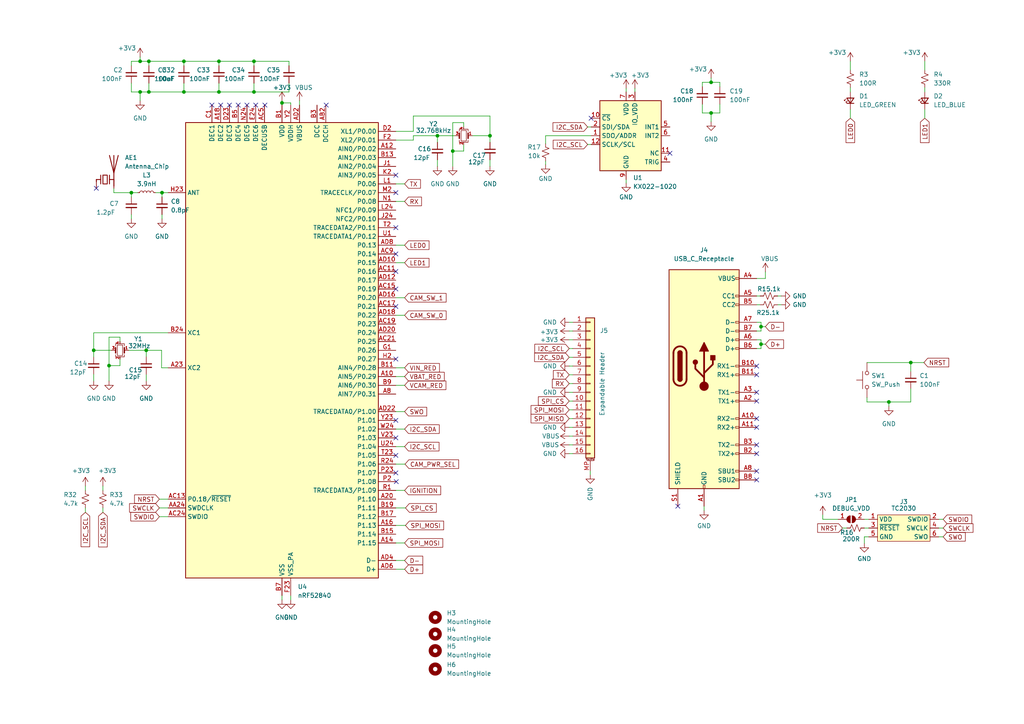
<source format=kicad_sch>
(kicad_sch (version 20211123) (generator eeschema)
  (paper "A4")
  (title_block (title "Dash Cam Power Regulator") (date "2022-05-28") (rev "1") (company "Charlemagne Wong") (comment 1 "NRF52840 based dash cam regulator"))
  (lib_symbols
    (symbol "ATL:TC2030"
      (property "Reference" "J" (at 0 5.08 0))
      (property "Value" "TC2030" (at 0 -5.08 0))
      (symbol "TC2030_1_1"
        (pin power_in line (at -10.16 2.54 0) (length 2.54) (name "VDD") (number "1"))
        (pin power_in line (at 10.16 2.54 180) (length 2.54) (name "SWDIO") (number "2"))
        (pin power_in line (at -10.16 0 0) (length 2.54) (name "~{RESET}") (number "3"))
        (pin power_in line (at 10.16 0 180) (length 2.54) (name "SWCLK") (number "4"))
        (pin power_in line (at -10.16 -2.54 0) (length 2.54) (name "GND") (number "5"))
        (pin bidirectional line (at 10.16 -2.54 180) (length 2.54) (name "SWO") (number "6"))
      )
    )
    (symbol "Connector:USB_C_Receptacle" (pin_names (offset 1.016))
      (property "Reference" "J" (at -10.16 29.21 0))
      (property "Value" "USB_C_Receptacle" (at 10.16 29.21 0))
      (symbol "USB_C_Receptacle_1_1"
        (pin passive line (at 0 -40.64 90) (length 5.08) (name "GND") (number "A1"))
        (pin bidirectional line (at 15.24 -15.24 180) (length 5.08) (name "RX2-") (number "A10"))
        (pin bidirectional line (at 15.24 -17.78 180) (length 5.08) (name "RX2+") (number "A11"))
        (pin passive line (at 0 -40.64 90) (length 5.08) hide (name "GND") (number "A12"))
        (pin bidirectional line (at 15.24 -10.16 180) (length 5.08) (name "TX1+") (number "A2"))
        (pin bidirectional line (at 15.24 -7.62 180) (length 5.08) (name "TX1-") (number "A3"))
        (pin passive line (at 15.24 25.4 180) (length 5.08) (name "VBUS") (number "A4"))
        (pin bidirectional line (at 15.24 20.32 180) (length 5.08) (name "CC1") (number "A5"))
        (pin bidirectional line (at 15.24 7.62 180) (length 5.08) (name "D+") (number "A6"))
        (pin bidirectional line (at 15.24 12.7 180) (length 5.08) (name "D-") (number "A7"))
        (pin bidirectional line (at 15.24 -30.48 180) (length 5.08) (name "SBU1") (number "A8"))
        (pin passive line (at 15.24 25.4 180) (length 5.08) hide (name "VBUS") (number "A9"))
        (pin passive line (at 0 -40.64 90) (length 5.08) hide (name "GND") (number "B1"))
        (pin bidirectional line (at 15.24 0 180) (length 5.08) (name "RX1-") (number "B10"))
        (pin bidirectional line (at 15.24 -2.54 180) (length 5.08) (name "RX1+") (number "B11"))
        (pin passive line (at 0 -40.64 90) (length 5.08) hide (name "GND") (number "B12"))
        (pin bidirectional line (at 15.24 -25.4 180) (length 5.08) (name "TX2+") (number "B2"))
        (pin bidirectional line (at 15.24 -22.86 180) (length 5.08) (name "TX2-") (number "B3"))
        (pin passive line (at 15.24 25.4 180) (length 5.08) hide (name "VBUS") (number "B4"))
        (pin bidirectional line (at 15.24 17.78 180) (length 5.08) (name "CC2") (number "B5"))
        (pin bidirectional line (at 15.24 5.08 180) (length 5.08) (name "D+") (number "B6"))
        (pin bidirectional line (at 15.24 10.16 180) (length 5.08) (name "D-") (number "B7"))
        (pin bidirectional line (at 15.24 -33.02 180) (length 5.08) (name "SBU2") (number "B8"))
        (pin passive line (at 15.24 25.4 180) (length 5.08) hide (name "VBUS") (number "B9"))
        (pin passive line (at -7.62 -40.64 90) (length 5.08) (name "SHIELD") (number "S1"))
      )
    )
    (symbol "Connector_Generic_MountingPin:Conn_01x16_MountingPin" (pin_names (offset 1.016) hide)
      (property "Reference" "J" (at 0 20.32 0))
      (property "Value" "Conn_01x16_MountingPin" (at 1.27 -22.86 0))
      (symbol "Conn_01x16_MountingPin_1_1"
        (text "Mounting" (at 0 -21.971 0) (effects (font (size 0.381 0.381))))
        (pin passive line (at -5.08 17.78 0) (length 3.81) (name "Pin_1") (number "1"))
        (pin passive line (at -5.08 -5.08 0) (length 3.81) (name "Pin_10") (number "10"))
        (pin passive line (at -5.08 -7.62 0) (length 3.81) (name "Pin_11") (number "11"))
        (pin passive line (at -5.08 -10.16 0) (length 3.81) (name "Pin_12") (number "12"))
        (pin passive line (at -5.08 -12.7 0) (length 3.81) (name "Pin_13") (number "13"))
        (pin passive line (at -5.08 -15.24 0) (length 3.81) (name "Pin_14") (number "14"))
        (pin passive line (at -5.08 -17.78 0) (length 3.81) (name "Pin_15") (number "15"))
        (pin passive line (at -5.08 -20.32 0) (length 3.81) (name "Pin_16") (number "16"))
        (pin passive line (at -5.08 15.24 0) (length 3.81) (name "Pin_2") (number "2"))
        (pin passive line (at -5.08 12.7 0) (length 3.81) (name "Pin_3") (number "3"))
        (pin passive line (at -5.08 10.16 0) (length 3.81) (name "Pin_4") (number "4"))
        (pin passive line (at -5.08 7.62 0) (length 3.81) (name "Pin_5") (number "5"))
        (pin passive line (at -5.08 5.08 0) (length 3.81) (name "Pin_6") (number "6"))
        (pin passive line (at -5.08 2.54 0) (length 3.81) (name "Pin_7") (number "7"))
        (pin passive line (at -5.08 0 0) (length 3.81) (name "Pin_8") (number "8"))
        (pin passive line (at -5.08 -2.54 0) (length 3.81) (name "Pin_9") (number "9"))
        (pin passive line (at 0 -25.4 90) (length 3.048) (name "MountPin") (number "MP"))
      )
    )
    (symbol "Device:Antenna_Chip" (pin_numbers hide) (pin_names (offset 1.016) hide)
      (property "Reference" "AE" (at 0 5.08 0))
      (property "Value" "Antenna_Chip" (at 0 3.175 0))
      (symbol "Antenna_Chip_1_1"
        (pin input line (at -2.54 -2.54 90) (length 2.54) (name "FEED") (number "1"))
        (pin passive line (at 2.54 -2.54 90) (length 2.54) (name "PCB_Trace") (number "2"))
      )
    )
    (symbol "Device:C_Small" (pin_numbers hide) (pin_names (offset 0.254) hide)
      (property "Reference" "C" (at 0.254 1.778 0))
      (property "Value" "C_Small" (at 0.254 -2.032 0))
      (symbol "C_Small_1_1"
        (pin passive line (at 0 2.54 270) (length 2.032) (name "~") (number "1"))
        (pin passive line (at 0 -2.54 90) (length 2.032) (name "~") (number "2"))
      )
    )
    (symbol "Device:Crystal_GND24_Small" (pin_names (offset 1.016) hide)
      (property "Reference" "Y" (at 1.27 4.445 0))
      (property "Value" "Crystal_GND24_Small" (at 1.27 2.54 0))
      (symbol "Crystal_GND24_Small_1_1"
        (pin passive line (at -2.54 0 0) (length 1.27) (name "1") (number "1"))
        (pin passive line (at 0 -2.54 90) (length 0.635) (name "2") (number "2"))
        (pin passive line (at 2.54 0 180) (length 1.27) (name "3") (number "3"))
        (pin passive line (at 0 2.54 270) (length 0.635) (name "4") (number "4"))
      )
    )
    (symbol "Device:LED_Small" (pin_numbers hide) (pin_names (offset 0.254) hide)
      (property "Reference" "D" (at -1.27 3.175 0))
      (property "Value" "LED_Small" (at -4.445 -2.54 0))
      (symbol "LED_Small_1_1"
        (pin passive line (at -2.54 0 0) (length 1.778) (name "K") (number "1"))
        (pin passive line (at 2.54 0 180) (length 1.778) (name "A") (number "2"))
      )
    )
    (symbol "Device:L_Small" (pin_numbers hide) (pin_names (offset 0.254) hide)
      (property "Reference" "L" (at 0.762 1.016 0))
      (property "Value" "L_Small" (at 0.762 -1.016 0))
      (symbol "L_Small_1_1"
        (pin passive line (at 0 2.54 270) (length 0.508) (name "~") (number "1"))
        (pin passive line (at 0 -2.54 90) (length 0.508) (name "~") (number "2"))
      )
    )
    (symbol "Device:R_Small_US" (pin_numbers hide) (pin_names (offset 0.254) hide)
      (property "Reference" "R" (at 0.762 0.508 0))
      (property "Value" "R_Small_US" (at 0.762 -1.016 0))
      (symbol "R_Small_US_1_1"
        (pin passive line (at 0 2.54 270) (length 1.016) (name "~") (number "1"))
        (pin passive line (at 0 -2.54 90) (length 1.016) (name "~") (number "2"))
      )
    )
    (symbol "Jumper:SolderJumper_2_Open" (pin_names (offset 0) hide)
      (property "Reference" "JP" (at 0 2.032 0))
      (property "Value" "SolderJumper_2_Open" (at 0 -2.54 0))
      (symbol "SolderJumper_2_Open_1_1"
        (pin passive line (at -3.81 0 0) (length 2.54) (name "A") (number "1"))
        (pin passive line (at 3.81 0 180) (length 2.54) (name "B") (number "2"))
      )
    )
    (symbol "MCU_Nordic:nRF52840"
      (property "Reference" "U" (at 0 5.08 0))
      (property "Value" "nRF52840" (at 0 2.54 0))
      (symbol "nRF52840_1_1"
        (pin bidirectional line (at 33.02 -7.62 180) (length 5.08) (name "AIN5/P0.29") (number "A10"))
        (pin bidirectional line (at 33.02 58.42 180) (length 5.08) (name "AIN0/P0.02") (number "A12"))
        (pin bidirectional line (at 33.02 -55.88 180) (length 5.08) (name "P1.15") (number "A14"))
        (pin bidirectional line (at 33.02 -50.8 180) (length 5.08) (name "P1.13") (number "A16"))
        (pin passive line (at -17.78 71.12 270) (length 5.08) (name "DEC2") (number "A18"))
        (pin bidirectional line (at 33.02 -43.18 180) (length 5.08) (name "P1.10") (number "A20"))
        (pin passive line (at 0 71.12 270) (length 5.08) hide (name "VDD") (number "A22"))
        (pin input line (at -33.02 -5.08 0) (length 5.08) (name "XC2") (number "A23"))
        (pin bidirectional line (at 33.02 -12.7 180) (length 5.08) (name "AIN7/P0.31") (number "A8"))
        (pin input line (at -33.02 -45.72 0) (length 5.08) (name "SWDCLK") (number "AA24"))
        (pin power_out line (at 12.7 71.12 270) (length 5.08) (name "DCCH") (number "AB2"))
        (pin bidirectional line (at 33.02 22.86 180) (length 5.08) (name "P0.16") (number "AC11"))
        (pin bidirectional line (at -33.02 -43.18 0) (length 5.08) (name "P0.18/~{RESET}") (number "AC13"))
        (pin bidirectional line (at 33.02 17.78 180) (length 5.08) (name "P0.19") (number "AC15"))
        (pin bidirectional line (at 33.02 12.7 180) (length 5.08) (name "P0.21") (number "AC17"))
        (pin bidirectional line (at 33.02 7.62 180) (length 5.08) (name "P0.23") (number "AC19"))
        (pin bidirectional line (at 33.02 2.54 180) (length 5.08) (name "P0.25") (number "AC21"))
        (pin bidirectional line (at -33.02 -48.26 0) (length 5.08) (name "SWDIO") (number "AC24"))
        (pin passive line (at -5.08 71.12 270) (length 5.08) (name "DECUSB") (number "AC5"))
        (pin bidirectional line (at 33.02 27.94 180) (length 5.08) (name "P0.14") (number "AC9"))
        (pin bidirectional line (at 33.02 25.4 180) (length 5.08) (name "P0.15") (number "AD10"))
        (pin bidirectional line (at 33.02 20.32 180) (length 5.08) (name "P0.17") (number "AD12"))
        (pin passive line (at 0 71.12 270) (length 5.08) hide (name "VDD") (number "AD14"))
        (pin bidirectional line (at 33.02 15.24 180) (length 5.08) (name "P0.20") (number "AD16"))
        (pin bidirectional line (at 33.02 10.16 180) (length 5.08) (name "P0.22") (number "AD18"))
        (pin power_in line (at 5.08 71.12 270) (length 5.08) (name "VBUS") (number "AD2"))
        (pin bidirectional line (at 33.02 5.08 180) (length 5.08) (name "P0.24") (number "AD20"))
        (pin bidirectional line (at 33.02 -17.78 180) (length 5.08) (name "TRACEDATA0/P1.00") (number "AD22"))
        (pin passive line (at 0 71.12 270) (length 5.08) hide (name "VDD") (number "AD23"))
        (pin bidirectional line (at 33.02 -60.96 180) (length 5.08) (name "D-") (number "AD4"))
        (pin bidirectional line (at 33.02 -63.5 180) (length 5.08) (name "D+") (number "AD6"))
        (pin bidirectional line (at 33.02 30.48 180) (length 5.08) (name "P0.13") (number "AD8"))
        (pin power_in line (at 0 71.12 270) (length 5.08) (name "VDD") (number "B1"))
        (pin bidirectional line (at 33.02 -5.08 180) (length 5.08) (name "AIN4/P0.28") (number "B11"))
        (pin bidirectional line (at 33.02 55.88 180) (length 5.08) (name "AIN1/P0.03") (number "B13"))
        (pin bidirectional line (at 33.02 -53.34 180) (length 5.08) (name "P1.14") (number "B15"))
        (pin bidirectional line (at 33.02 -48.26 180) (length 5.08) (name "P1.12") (number "B17"))
        (pin bidirectional line (at 33.02 -45.72 180) (length 5.08) (name "P1.11") (number "B19"))
        (pin input line (at -33.02 5.08 0) (length 5.08) (name "XC1") (number "B24"))
        (pin power_out line (at 10.16 71.12 270) (length 5.08) (name "DCC") (number "B3"))
        (pin passive line (at -12.7 71.12 270) (length 5.08) (name "DEC4") (number "B5"))
        (pin power_in line (at 0 -71.12 90) (length 5.08) (name "VSS") (number "B7"))
        (pin bidirectional line (at 33.02 -10.16 180) (length 5.08) (name "AIN6/P0.30") (number "B9"))
        (pin passive line (at -20.32 71.12 270) (length 5.08) (name "DEC1") (number "C1"))
        (pin bidirectional line (at 33.02 63.5 180) (length 5.08) (name "XL1/P0.00") (number "D2"))
        (pin passive line (at -15.24 71.12 270) (length 5.08) (name "DEC3") (number "D23"))
        (pin passive line (at -7.62 71.12 270) (length 5.08) (name "DEC6") (number "E24"))
        (pin passive line (at 0 -71.12 90) (length 5.08) hide (name "VSS") (number "EP"))
        (pin bidirectional line (at 33.02 60.96 180) (length 5.08) (name "XL2/P0.01") (number "F2"))
        (pin power_in line (at 2.54 -71.12 90) (length 5.08) (name "VSS_PA") (number "F23"))
        (pin bidirectional line (at 33.02 0 180) (length 5.08) (name "P0.26") (number "G1"))
        (pin bidirectional line (at 33.02 -2.54 180) (length 5.08) (name "P0.27") (number "H2"))
        (pin passive line (at -33.02 45.72 0) (length 5.08) (name "ANT") (number "H23"))
        (pin bidirectional line (at 33.02 53.34 180) (length 5.08) (name "AIN2/P0.04") (number "J1"))
        (pin bidirectional line (at 33.02 38.1 180) (length 5.08) (name "NFC2/P0.10") (number "J24"))
        (pin bidirectional line (at 33.02 50.8 180) (length 5.08) (name "AIN3/P0.05") (number "K2"))
        (pin bidirectional line (at 33.02 48.26 180) (length 5.08) (name "P0.06") (number "L1"))
        (pin bidirectional line (at 33.02 40.64 180) (length 5.08) (name "NFC1/P0.09") (number "L24"))
        (pin bidirectional line (at 33.02 45.72 180) (length 5.08) (name "TRACECLK/P0.07") (number "M2"))
        (pin bidirectional line (at 33.02 43.18 180) (length 5.08) (name "P0.08") (number "N1"))
        (pin passive line (at -10.16 71.12 270) (length 5.08) (name "DEC5") (number "N24"))
        (pin bidirectional line (at 33.02 -38.1 180) (length 5.08) (name "P1.08") (number "P2"))
        (pin bidirectional line (at 33.02 -35.56 180) (length 5.08) (name "P1.07") (number "P23"))
        (pin bidirectional line (at 33.02 -40.64 180) (length 5.08) (name "TRACEDATA3/P1.09") (number "R1"))
        (pin bidirectional line (at 33.02 -33.02 180) (length 5.08) (name "P1.06") (number "R24"))
        (pin bidirectional line (at 33.02 35.56 180) (length 5.08) (name "TRACEDATA2/P0.11") (number "T2"))
        (pin bidirectional line (at 33.02 -30.48 180) (length 5.08) (name "P1.05") (number "T23"))
        (pin bidirectional line (at 33.02 33.02 180) (length 5.08) (name "TRACEDATA1/P0.12") (number "U1"))
        (pin bidirectional line (at 33.02 -27.94 180) (length 5.08) (name "P1.04") (number "U24"))
        (pin bidirectional line (at 33.02 -25.4 180) (length 5.08) (name "P1.03") (number "V23"))
        (pin passive line (at 0 71.12 270) (length 5.08) hide (name "VDD") (number "W1"))
        (pin bidirectional line (at 33.02 -22.86 180) (length 5.08) (name "P1.02") (number "W24"))
        (pin power_in line (at 2.54 71.12 270) (length 5.08) (name "VDDH") (number "Y2"))
        (pin bidirectional line (at 33.02 -20.32 180) (length 5.08) (name "P1.01") (number "Y23"))
      )
    )
    (symbol "Mechanical:MountingHole" (pin_names (offset 1.016))
      (property "Reference" "H" (at 0 5.08 0))
      (property "Value" "MountingHole" (at 0 3.175 0))
    )
    (symbol "Sensor:BME280"
      (property "Reference" "U" (at -8.89 11.43 0))
      (property "Value" "BME280" (at 7.62 11.43 0))
      (symbol "BME280_1_1"
        (pin power_in line (at -2.54 -15.24 90) (length 5.08) (name "GND") (number "1"))
        (pin input line (at 15.24 -7.62 180) (length 5.08) (name "CSB") (number "2"))
        (pin bidirectional line (at 15.24 -2.54 180) (length 5.08) (name "SDI") (number "3"))
        (pin input line (at 15.24 2.54 180) (length 5.08) (name "SCK") (number "4"))
        (pin bidirectional line (at 15.24 7.62 180) (length 5.08) (name "SDO") (number "5"))
        (pin power_in line (at -2.54 15.24 270) (length 5.08) (name "VDDIO") (number "6"))
        (pin power_in line (at 2.54 -15.24 90) (length 5.08) (name "GND") (number "7"))
        (pin power_in line (at 2.54 15.24 270) (length 5.08) (name "VDD") (number "8"))
      )
    )
    (symbol "Sensor_Motion:KX022-1020"
      (property "Reference" "U" (at -5.08 11.43 0))
      (property "Value" "KX022-1020" (at 3.81 11.43 0))
      (symbol "KX022-1020_1_1"
        (pin bidirectional line (at -10.16 0 0) (length 2.54) (name "SDO/ADDR") (number "1"))
        (pin input line (at -10.16 5.08 0) (length 2.54) (name "~{CS}") (number "10"))
        (pin passive line (at 12.7 -5.08 180) (length 2.54) (name "NC") (number "11"))
        (pin input line (at -10.16 -2.54 0) (length 2.54) (name "SCLK/SCL") (number "12"))
        (pin bidirectional line (at -10.16 2.54 0) (length 2.54) (name "SDI/SDA") (number "2"))
        (pin power_in line (at 2.54 12.7 270) (length 2.54) (name "IO_VDD") (number "3"))
        (pin input line (at 12.7 -7.62 180) (length 2.54) (name "TRIG") (number "4"))
        (pin output line (at 12.7 2.54 180) (length 2.54) (name "INT1") (number "5"))
        (pin output line (at 12.7 0 180) (length 2.54) (name "INT2") (number "6"))
        (pin power_in line (at 0 12.7 270) (length 2.54) (name "VDD") (number "7"))
        (pin power_in line (at 0 -12.7 90) (length 2.54) (name "GND") (number "9"))
      )
    )
    (symbol "Switch:SW_Push" (pin_numbers hide) (pin_names (offset 1.016) hide)
      (property "Reference" "SW" (at 1.27 2.54 0))
      (property "Value" "SW_Push" (at 0 -1.524 0))
      (symbol "SW_Push_0_1"
        (pin passive line (at -5.08 0 0) (length 2.54) (name "1") (number "1"))
        (pin passive line (at 5.08 0 180) (length 2.54) (name "2") (number "2"))
      )
    )
    (symbol "power:+3.3V" (power) (pin_names (offset 0))
      (property "Value" "+3.3V" (at 0 3.556 0))
      (symbol "+3.3V_1_1"
        (pin power_in line (at 0 0 90) (length 0) hide (name "+3V3") (number "1"))
      )
    )
    (symbol "power:GND" (power) (pin_names (offset 0))
      (property "Value" "GND" (at 0 -3.81 0))
      (symbol "GND_1_1"
        (pin power_in line (at 0 0 270) (length 0) hide (name "GND") (number "1"))
      )
    )
    (symbol "power:VBUS" (power) (pin_names (offset 0))
      (property "Value" "VBUS" (at 0 3.81 0))
      (symbol "VBUS_1_1"
        (pin power_in line (at 0 0 90) (length 0) hide (name "VBUS") (number "1"))
      )
    )
  )
  (junction (at 220.726 99.822))
  (junction (at 40.64 26.67))
  (junction (at 206.248 32.766))
  (junction (at 142.113 39.37))
  (junction (at 336.55 104.14))
  (junction (at 257.81 116.586))
  (junction (at 63.5 17.78))
  (junction (at 131.318 43.815))
  (junction (at 42.418 101.6))
  (junction (at 220.726 94.742))
  (junction (at 38.1 55.88))
  (junction (at 206.248 23.876))
  (junction (at 40.64 17.78))
  (junction (at 43.18 26.67))
  (junction (at 27.178 101.6))
  (junction (at 53.34 26.67))
  (junction (at 81.788 29.845))
  (junction (at 46.99 55.88))
  (junction (at 43.18 17.78))
  (junction (at 31.623 106.045))
  (junction (at 264.16 105.156))
  (junction (at 53.34 17.78))
  (junction (at 73.66 26.67))
  (junction (at 73.66 17.78))
  (junction (at 126.873 39.37))
  (junction (at 336.55 137.795))
  (junction (at 63.5 26.67))
  (no_connect (at 114.808 66.04))
  (no_connect (at 194.31 44.45))
  (no_connect (at 171.45 34.29))
  (no_connect (at 219.456 123.952))
  (no_connect (at 219.456 121.412))
  (no_connect (at 219.456 116.332))
  (no_connect (at 219.456 113.792))
  (no_connect (at 219.456 129.032))
  (no_connect (at 219.456 108.712))
  (no_connect (at 219.456 106.172))
  (no_connect (at 114.808 104.14))
  (no_connect (at 114.808 137.16))
  (no_connect (at 114.808 132.08))
  (no_connect (at 114.808 127))
  (no_connect (at 114.808 121.92))
  (no_connect (at 114.808 55.88))
  (no_connect (at 219.456 131.572))
  (no_connect (at 219.456 136.652))
  (no_connect (at 74.168 30.48))
  (no_connect (at 71.628 30.48))
  (no_connect (at 69.088 30.48))
  (no_connect (at 66.548 30.48))
  (no_connect (at 64.008 30.48))
  (no_connect (at 61.468 30.48))
  (no_connect (at 196.596 146.812))
  (no_connect (at 114.808 88.9))
  (no_connect (at 219.456 139.192))
  (no_connect (at 114.808 83.82))
  (no_connect (at 27.94 54.61))
  (no_connect (at 114.808 78.74))
  (no_connect (at 114.808 73.66))
  (no_connect (at 114.935 139.7))
  (no_connect (at 94.615 30.48))
  (no_connect (at 76.835 30.48))
  (no_connect (at 114.808 50.8))
  (wire (pts (xy 83.82 26.67) (xy 83.82 24.13)))
  (wire (pts (xy 53.34 24.13) (xy 53.34 26.67)))
  (wire (pts (xy 219.456 88.392) (xy 220.472 88.392)))
  (wire (pts (xy 27.178 101.6) (xy 27.178 103.505)))
  (wire (pts (xy 142.113 41.275) (xy 142.113 39.37)))
  (wire (pts (xy 38.1 62.23) (xy 38.1 63.5)))
  (wire (pts (xy 33.02 55.88) (xy 38.1 55.88)))
  (wire (pts (xy 204.216 146.812) (xy 204.216 148.082)))
  (wire (pts (xy 46.228 144.78) (xy 48.768 144.78)))
  (wire (pts (xy 306.07 107.315) (xy 306.07 108.585)))
  (wire (pts (xy 220.726 94.742) (xy 221.996 94.742)))
  (wire (pts (xy 206.248 22.606) (xy 206.248 23.876)))
  (wire (pts (xy 46.99 55.88) (xy 46.99 57.15)))
  (wire (pts (xy 268.224 25.4) (xy 268.224 26.67)))
  (wire (pts (xy 250.698 157.607) (xy 250.698 155.702)))
  (wire (pts (xy 43.18 26.67) (xy 53.34 26.67)))
  (wire (pts (xy 181.61 52.07) (xy 181.61 53.086)))
  (wire (pts (xy 158.242 47.752) (xy 158.242 46.736)))
  (wire (pts (xy 53.34 26.67) (xy 63.5 26.67)))
  (wire (pts (xy 158.242 39.37) (xy 158.242 41.656)))
  (wire (pts (xy 114.808 111.76) (xy 117.348 111.76)))
  (wire (pts (xy 53.34 17.78) (xy 43.18 17.78)))
  (wire (pts (xy 206.248 32.766) (xy 206.248 35.306)))
  (wire (pts (xy 31.623 97.79) (xy 34.798 97.79)))
  (wire (pts (xy 42.418 108.585) (xy 42.418 110.49)))
  (wire (pts (xy 114.808 124.46) (xy 117.348 124.46)))
  (wire (pts (xy 165.1 98.552) (xy 166.116 98.552)))
  (wire (pts (xy 83.82 19.05) (xy 83.82 17.78)))
  (wire (pts (xy 40.005 55.88) (xy 38.1 55.88)))
  (wire (pts (xy 114.808 142.24) (xy 117.348 142.24)))
  (wire (pts (xy 336.55 137.795) (xy 339.09 137.795)))
  (wire (pts (xy 251.46 116.586) (xy 257.81 116.586)))
  (wire (pts (xy 31.623 110.49) (xy 31.623 106.045)))
  (wire (pts (xy 170.434 36.83) (xy 171.45 36.83)))
  (wire (pts (xy 114.808 134.62) (xy 117.475 134.62)))
  (wire (pts (xy 24.765 147.32) (xy 24.765 148.59)))
  (wire (pts (xy 114.808 152.4) (xy 117.602 152.4)))
  (wire (pts (xy 114.808 76.2) (xy 117.348 76.2)))
  (wire (pts (xy 81.788 29.21) (xy 81.788 29.845)))
  (wire (pts (xy 73.66 26.67) (xy 83.82 26.67)))
  (wire (pts (xy 38.1 17.78) (xy 40.64 17.78)))
  (wire (pts (xy 40.64 16.51) (xy 40.64 17.78)))
  (wire (pts (xy 306.07 100.965) (xy 306.07 102.235)))
  (wire (pts (xy 63.5 17.78) (xy 63.5 19.05)))
  (wire (pts (xy 73.66 26.67) (xy 73.66 24.13)))
  (wire (pts (xy 272.288 155.702) (xy 273.558 155.702)))
  (wire (pts (xy 257.81 116.586) (xy 257.81 117.856)))
  (wire (pts (xy 225.552 85.852) (xy 226.568 85.852)))
  (wire (pts (xy 219.456 85.852) (xy 220.472 85.852)))
  (wire (pts (xy 63.5 24.13) (xy 63.5 26.67)))
  (wire (pts (xy 137.033 39.37) (xy 142.113 39.37)))
  (wire (pts (xy 336.55 104.14) (xy 334.01 104.14)))
  (wire (pts (xy 114.808 86.36) (xy 117.348 86.36)))
  (wire (pts (xy 81.788 29.845) (xy 81.788 30.48)))
  (wire (pts (xy 206.248 32.766) (xy 208.788 32.766)))
  (wire (pts (xy 86.868 29.21) (xy 86.868 30.48)))
  (wire (pts (xy 219.456 93.472) (xy 220.726 93.472)))
  (wire (pts (xy 316.865 100.965) (xy 316.865 102.235)))
  (wire (pts (xy 40.64 26.67) (xy 40.64 29.21)))
  (wire (pts (xy 165.1 123.952) (xy 166.116 123.952)))
  (wire (pts (xy 203.708 30.226) (xy 203.708 32.766)))
  (wire (pts (xy 165.1 126.492) (xy 166.116 126.492)))
  (wire (pts (xy 339.09 135.89) (xy 339.09 137.795)))
  (wire (pts (xy 221.996 80.772) (xy 219.456 80.772)))
  (wire (pts (xy 165.1 101.092) (xy 166.116 101.092)))
  (wire (pts (xy 134.493 41.91) (xy 134.493 43.815)))
  (wire (pts (xy 336.55 102.235) (xy 336.55 104.14)))
  (wire (pts (xy 142.113 33.655) (xy 142.113 39.37)))
  (wire (pts (xy 165.1 96.012) (xy 166.116 96.012)))
  (wire (pts (xy 114.808 109.22) (xy 117.348 109.22)))
  (wire (pts (xy 27.178 108.585) (xy 27.178 110.49)))
  (wire (pts (xy 40.64 17.78) (xy 43.18 17.78)))
  (wire (pts (xy 246.634 31.75) (xy 246.634 34.29)))
  (wire (pts (xy 126.873 39.37) (xy 131.953 39.37)))
  (wire (pts (xy 220.726 96.012) (xy 220.726 94.742)))
  (wire (pts (xy 264.16 105.156) (xy 264.16 107.696)))
  (wire (pts (xy 206.248 23.876) (xy 208.788 23.876)))
  (wire (pts (xy 221.996 78.867) (xy 221.996 80.772)))
  (wire (pts (xy 208.788 32.766) (xy 208.788 30.226)))
  (wire (pts (xy 119.888 33.655) (xy 142.113 33.655)))
  (wire (pts (xy 114.808 157.48) (xy 117.348 157.48)))
  (wire (pts (xy 24.765 140.97) (xy 24.765 142.24)))
  (wire (pts (xy 251.46 115.316) (xy 251.46 116.586)))
  (wire (pts (xy 181.61 25.654) (xy 181.61 26.67)))
  (wire (pts (xy 48.768 96.52) (xy 27.178 96.52)))
  (wire (pts (xy 142.113 46.355) (xy 142.113 48.26)))
  (wire (pts (xy 126.873 39.37) (xy 126.873 41.275)))
  (wire (pts (xy 43.18 26.67) (xy 43.18 24.13)))
  (wire (pts (xy 250.698 150.622) (xy 251.968 150.622)))
  (wire (pts (xy 38.1 55.88) (xy 38.1 57.15)))
  (wire (pts (xy 203.708 23.876) (xy 206.248 23.876)))
  (wire (pts (xy 250.698 153.162) (xy 251.968 153.162)))
  (wire (pts (xy 63.5 26.67) (xy 73.66 26.67)))
  (wire (pts (xy 114.808 53.34) (xy 117.348 53.34)))
  (wire (pts (xy 165.1 129.032) (xy 166.116 129.032)))
  (wire (pts (xy 43.18 17.78) (xy 43.18 19.05)))
  (wire (pts (xy 171.45 39.37) (xy 158.242 39.37)))
  (wire (pts (xy 53.34 17.78) (xy 53.34 19.05)))
  (wire (pts (xy 336.55 137.795) (xy 334.01 137.795)))
  (wire (pts (xy 114.808 162.56) (xy 117.348 162.56)))
  (wire (pts (xy 114.808 129.54) (xy 117.348 129.54)))
  (wire (pts (xy 184.15 25.654) (xy 184.15 26.67)))
  (wire (pts (xy 46.99 55.88) (xy 48.768 55.88)))
  (wire (pts (xy 114.808 119.38) (xy 117.348 119.38)))
  (wire (pts (xy 336.55 139.065) (xy 336.55 137.795)))
  (wire (pts (xy 220.726 101.092) (xy 220.726 99.822)))
  (wire (pts (xy 336.55 104.14) (xy 339.09 104.14)))
  (wire (pts (xy 114.808 58.42) (xy 117.348 58.42)))
  (wire (pts (xy 131.318 35.56) (xy 134.493 35.56)))
  (wire (pts (xy 114.808 91.44) (xy 117.348 91.44)))
  (wire (pts (xy 73.66 19.05) (xy 73.66 17.78)))
  (wire (pts (xy 165.1 121.412) (xy 166.116 121.412)))
  (wire (pts (xy 81.788 29.845) (xy 84.328 29.845)))
  (wire (pts (xy 114.808 106.68) (xy 117.348 106.68)))
  (wire (pts (xy 46.863 101.6) (xy 42.418 101.6)))
  (wire (pts (xy 38.1 26.67) (xy 40.64 26.67)))
  (wire (pts (xy 81.788 172.72) (xy 81.788 173.99)))
  (wire (pts (xy 225.552 88.392) (xy 226.568 88.392)))
  (wire (pts (xy 238.633 149.352) (xy 238.633 150.622)))
  (wire (pts (xy 244.348 153.162) (xy 245.618 153.162)))
  (wire (pts (xy 45.085 55.88) (xy 46.99 55.88)))
  (wire (pts (xy 170.434 41.91) (xy 171.45 41.91)))
  (wire (pts (xy 165.1 116.332) (xy 166.116 116.332)))
  (wire (pts (xy 272.288 150.622) (xy 273.558 150.622)))
  (wire (pts (xy 84.328 29.845) (xy 84.328 30.48)))
  (wire (pts (xy 165.1 131.572) (xy 166.116 131.572)))
  (wire (pts (xy 46.99 62.23) (xy 46.99 63.5)))
  (wire (pts (xy 220.726 99.822) (xy 221.996 99.822)))
  (wire (pts (xy 114.808 38.1) (xy 119.888 38.1)))
  (wire (pts (xy 165.1 108.712) (xy 166.116 108.712)))
  (wire (pts (xy 29.845 140.97) (xy 29.845 142.24)))
  (wire (pts (xy 268.224 31.75) (xy 268.224 34.29)))
  (wire (pts (xy 165.1 113.792) (xy 166.116 113.792)))
  (wire (pts (xy 114.808 40.64) (xy 119.888 40.64)))
  (wire (pts (xy 114.808 165.1) (xy 117.348 165.1)))
  (wire (pts (xy 264.16 116.586) (xy 257.81 116.586)))
  (wire (pts (xy 119.888 40.64) (xy 119.888 39.37)))
  (wire (pts (xy 131.318 43.815) (xy 131.318 35.56)))
  (wire (pts (xy 38.1 24.13) (xy 38.1 26.67)))
  (wire (pts (xy 165.1 118.872) (xy 166.116 118.872)))
  (wire (pts (xy 165.1 106.172) (xy 166.116 106.172)))
  (wire (pts (xy 34.798 106.045) (xy 31.623 106.045)))
  (wire (pts (xy 264.16 112.776) (xy 264.16 116.586)))
  (wire (pts (xy 46.228 149.86) (xy 48.768 149.86)))
  (wire (pts (xy 267.97 105.156) (xy 264.16 105.156)))
  (wire (pts (xy 29.845 147.32) (xy 29.845 148.59)))
  (wire (pts (xy 203.708 32.766) (xy 206.248 32.766)))
  (wire (pts (xy 268.224 17.78) (xy 268.224 20.32)))
  (wire (pts (xy 27.178 101.6) (xy 32.258 101.6)))
  (wire (pts (xy 165.1 103.632) (xy 166.116 103.632)))
  (wire (pts (xy 219.456 98.552) (xy 220.726 98.552)))
  (wire (pts (xy 203.708 23.876) (xy 203.708 25.146)))
  (wire (pts (xy 46.863 106.68) (xy 46.863 101.6)))
  (wire (pts (xy 114.808 71.12) (xy 117.348 71.12)))
  (wire (pts (xy 27.178 96.52) (xy 27.178 101.6)))
  (wire (pts (xy 272.288 153.162) (xy 273.558 153.162)))
  (wire (pts (xy 238.633 150.622) (xy 243.078 150.622)))
  (wire (pts (xy 220.726 98.552) (xy 220.726 99.822)))
  (wire (pts (xy 208.788 23.876) (xy 208.788 25.146)))
  (wire (pts (xy 34.798 104.14) (xy 34.798 106.045)))
  (wire (pts (xy 134.493 35.56) (xy 134.493 36.83)))
  (wire (pts (xy 114.808 147.32) (xy 117.602 147.32)))
  (wire (pts (xy 37.338 101.6) (xy 42.418 101.6)))
  (wire (pts (xy 251.46 105.156) (xy 264.16 105.156)))
  (wire (pts (xy 368.3 127.635) (xy 368.3 128.27)))
  (wire (pts (xy 63.5 17.78) (xy 53.34 17.78)))
  (wire (pts (xy 219.456 101.092) (xy 220.726 101.092)))
  (wire (pts (xy 84.328 172.72) (xy 84.328 173.99)))
  (wire (pts (xy 38.1 17.78) (xy 38.1 19.05)))
  (wire (pts (xy 48.768 106.68) (xy 46.863 106.68)))
  (wire (pts (xy 31.623 106.045) (xy 31.623 97.79)))
  (wire (pts (xy 334.01 137.795) (xy 334.01 135.89)))
  (wire (pts (xy 368.3 113.03) (xy 351.79 113.03)))
  (wire (pts (xy 42.418 103.505) (xy 42.418 101.6)))
  (wire (pts (xy 171.196 137.668) (xy 171.196 136.652)))
  (wire (pts (xy 83.82 17.78) (xy 73.66 17.78)))
  (wire (pts (xy 219.456 96.012) (xy 220.726 96.012)))
  (wire (pts (xy 34.798 97.79) (xy 34.798 99.06)))
  (wire (pts (xy 220.726 93.472) (xy 220.726 94.742)))
  (wire (pts (xy 165.1 93.472) (xy 166.116 93.472)))
  (wire (pts (xy 73.66 17.78) (xy 63.5 17.78)))
  (wire (pts (xy 246.634 25.4) (xy 246.634 26.67)))
  (wire (pts (xy 165.1 111.252) (xy 166.116 111.252)))
  (wire (pts (xy 316.865 107.315) (xy 316.865 108.585)))
  (wire (pts (xy 339.09 104.14) (xy 339.09 105.41)))
  (wire (pts (xy 334.01 104.14) (xy 334.01 105.41)))
  (wire (pts (xy 134.493 43.815) (xy 131.318 43.815)))
  (wire (pts (xy 46.228 147.32) (xy 48.768 147.32)))
  (wire (pts (xy 126.873 46.355) (xy 126.873 48.26)))
  (wire (pts (xy 119.888 39.37) (xy 126.873 39.37)))
  (wire (pts (xy 131.318 48.26) (xy 131.318 43.815)))
  (wire (pts (xy 246.634 17.78) (xy 246.634 20.32)))
  (wire (pts (xy 250.698 155.702) (xy 251.968 155.702)))
  (wire (pts (xy 351.79 128.27) (xy 368.3 128.27)))
  (wire (pts (xy 368.3 113.665) (xy 368.3 113.03)))
  (wire (pts (xy 33.02 54.61) (xy 33.02 55.88)))
  (wire (pts (xy 40.64 26.67) (xy 43.18 26.67)))
  (wire (pts (xy 119.888 38.1) (xy 119.888 33.655)))
  (global_label "SWO" (shape input) (at 117.348 119.38 0) (property "Intersheet References" "${INTERSHEET_REFS}" (effects hide)))
  (global_label "SPI_MISO" (shape input) (at 165.1 121.412 180) (property "Intersheet References" "${INTERSHEET_REFS}" (effects hide)))
  (global_label "LED0" (shape input) (at 117.348 71.12 0) (property "Intersheet References" "${INTERSHEET_REFS}" (effects hide)))
  (global_label "SWO" (shape input) (at 273.558 155.702 0) (property "Intersheet References" "${INTERSHEET_REFS}" (effects hide)))
  (global_label "D-" (shape input) (at 117.348 162.56 0) (property "Intersheet References" "${INTERSHEET_REFS}" (effects hide)))
  (global_label "I2C_SCL" (shape input) (at 170.434 41.91 180) (property "Intersheet References" "${INTERSHEET_REFS}" (effects hide)))
  (global_label "I2C_SDA" (shape input) (at 353.06 123.19 0) (property "Intersheet References" "${INTERSHEET_REFS}" (effects hide)))
  (global_label "VCAM_RED" (shape input) (at 117.348 111.76 0) (property "Intersheet References" "${INTERSHEET_REFS}" (effects hide)))
  (global_label "LED0" (shape input) (at 246.634 34.29 270) (property "Intersheet References" "${INTERSHEET_REFS}" (effects hide)))
  (global_label "I2C_SDA" (shape input) (at 29.845 148.59 270) (property "Intersheet References" "${INTERSHEET_REFS}" (effects hide)))
  (global_label "TX" (shape input) (at 117.348 53.34 0) (property "Intersheet References" "${INTERSHEET_REFS}" (effects hide)))
  (global_label "NRST" (shape input) (at 267.97 105.156 0) (property "Intersheet References" "${INTERSHEET_REFS}" (effects hide)))
  (global_label "CAM_SW_1" (shape input) (at 117.348 86.36 0) (property "Intersheet References" "${INTERSHEET_REFS}" (effects hide)))
  (global_label "NRST" (shape input) (at 46.228 144.78 180) (property "Intersheet References" "${INTERSHEET_REFS}" (effects hide)))
  (global_label "IGNITION" (shape input) (at 117.348 142.24 0) (property "Intersheet References" "${INTERSHEET_REFS}" (effects hide)))
  (global_label "SWDIO" (shape input) (at 273.558 150.622 0) (property "Intersheet References" "${INTERSHEET_REFS}" (effects hide)))
  (global_label "CAM_SW_0" (shape input) (at 117.348 91.44 0) (property "Intersheet References" "${INTERSHEET_REFS}" (effects hide)))
  (global_label "D+" (shape input) (at 117.348 165.1 0) (property "Intersheet References" "${INTERSHEET_REFS}" (effects hide)))
  (global_label "SWDIO" (shape input) (at 46.228 149.86 180) (property "Intersheet References" "${INTERSHEET_REFS}" (effects hide)))
  (global_label "I2C_SDA" (shape input) (at 117.348 124.46 0) (property "Intersheet References" "${INTERSHEET_REFS}" (effects hide)))
  (global_label "I2C_SCL" (shape input) (at 117.348 129.54 0) (property "Intersheet References" "${INTERSHEET_REFS}" (effects hide)))
  (global_label "RX" (shape input) (at 117.348 58.42 0) (property "Intersheet References" "${INTERSHEET_REFS}" (effects hide)))
  (global_label "NRST" (shape input) (at 244.348 153.162 180) (property "Intersheet References" "${INTERSHEET_REFS}" (effects hide)))
  (global_label "LED1" (shape input) (at 117.348 76.2 0) (property "Intersheet References" "${INTERSHEET_REFS}" (effects hide)))
  (global_label "I2C_SCL" (shape input) (at 24.765 148.59 270) (property "Intersheet References" "${INTERSHEET_REFS}" (effects hide)))
  (global_label "D-" (shape input) (at 221.996 94.742 0) (property "Intersheet References" "${INTERSHEET_REFS}" (effects hide)))
  (global_label "D+" (shape input) (at 221.996 99.822 0) (property "Intersheet References" "${INTERSHEET_REFS}" (effects hide)))
  (global_label "RX" (shape input) (at 165.1 111.252 180) (property "Intersheet References" "${INTERSHEET_REFS}" (effects hide)))
  (global_label "SWCLK" (shape input) (at 46.228 147.32 180) (property "Intersheet References" "${INTERSHEET_REFS}" (effects hide)))
  (global_label "TX" (shape input) (at 165.1 108.712 180) (property "Intersheet References" "${INTERSHEET_REFS}" (effects hide)))
  (global_label "SWCLK" (shape input) (at 273.558 153.162 0) (property "Intersheet References" "${INTERSHEET_REFS}" (effects hide)))
  (global_label "I2C_SDA" (shape input) (at 165.1 103.632 180) (property "Intersheet References" "${INTERSHEET_REFS}" (effects hide)))
  (global_label "SPI_MOSI" (shape input) (at 117.348 157.48 0) (property "Intersheet References" "${INTERSHEET_REFS}" (effects hide)))
  (global_label "VBAT_RED" (shape input) (at 117.348 109.22 0) (property "Intersheet References" "${INTERSHEET_REFS}" (effects hide)))
  (global_label "I2C_SCL" (shape input) (at 353.06 118.11 0) (property "Intersheet References" "${INTERSHEET_REFS}" (effects hide)))
  (global_label "CAM_PWR_SEL" (shape input) (at 117.475 134.62 0) (property "Intersheet References" "${INTERSHEET_REFS}" (effects hide)))
  (global_label "I2C_SDA" (shape input) (at 170.434 36.83 180) (property "Intersheet References" "${INTERSHEET_REFS}" (effects hide)))
  (global_label "SPI_MOSI" (shape input) (at 117.602 152.4 0) (property "Intersheet References" "${INTERSHEET_REFS}" (effects hide)))
  (global_label "VIN_RED" (shape input) (at 117.348 106.68 0) (property "Intersheet References" "${INTERSHEET_REFS}" (effects hide)))
  (global_label "SPI_CS" (shape input) (at 165.1 116.332 180) (property "Intersheet References" "${INTERSHEET_REFS}" (effects hide)))
  (global_label "LED1" (shape input) (at 268.224 34.29 270) (property "Intersheet References" "${INTERSHEET_REFS}" (effects hide)))
  (global_label "SPI_CS" (shape input) (at 117.602 147.32 0) (property "Intersheet References" "${INTERSHEET_REFS}" (effects hide)))
  (global_label "SPI_MOSI" (shape input) (at 165.1 118.872 180) (property "Intersheet References" "${INTERSHEET_REFS}" (effects hide)))
  (global_label "I2C_SCL" (shape input) (at 165.1 101.092 180) (property "Intersheet References" "${INTERSHEET_REFS}" (effects hide)))
  (symbol (lib_id "power:+3.3V") (at 40.64 16.51 0) (unit 1)
    (property "Reference" "#PWR02" (effects hide))
    (property "Value" "+3.3V" (at 36.83 13.97 0))
  )
  (symbol (lib_id "Device:R_Small_US") (at 268.224 22.86 0) (unit 1)
    (property "Reference" "R4" (at 270.764 21.5899 0) (effects (justify left)))
    (property "Value" "330R" (at 270.764 24.1299 0) (effects (justify left)))
    (property "Footprint" "Resistor_SMD:R_0603_1608Metric" (effects hide))
  )
  (symbol (lib_id "power:+3.3V") (at 81.788 29.21 0) (unit 1)
    (property "Reference" "#PWR0132" (effects hide))
    (property "Value" "+3.3V" (at 81.788 25.4 0))
  )
  (symbol (lib_id "power:GND") (at 165.1 131.572 270) (unit 1)
    (property "Reference" "#PWR0144" (effects hide))
    (property "Value" "GND" (at 161.544 131.5719 90) (effects (justify right)))
  )
  (symbol (lib_id "Device:C_Small") (at 27.178 106.045 0) (unit 1)
    (property "Reference" "C14" (at 21.463 105.41 0) (effects (justify left)))
    (property "Value" "12pF" (at 20.193 107.95 0) (effects (justify left)))
    (property "Footprint" "Capacitor_SMD:C_0402_1005Metric" (effects hide))
  )
  (symbol (lib_id "Mechanical:MountingHole") (at 126.238 188.722 0) (unit 1)
    (property "Reference" "H5" (at 129.54 187.4519 0) (effects (justify left)))
    (property "Value" "MountingHole" (at 129.54 189.9919 0) (effects (justify left)))
    (property "Footprint" "MountingHole:MountingHole_3.2mm_M3_ISO7380_Pad" (effects hide))
  )
  (symbol (lib_id "power:GND") (at 126.873 48.26 0) (unit 1)
    (property "Reference" "#PWR0134" (effects hide))
    (property "Value" "GND" (at 126.873 53.34 0))
  )
  (symbol (lib_id "ATL:TC2030") (at 262.128 153.162 0) (unit 1)
    (property "Reference" "J3" (at 262.128 145.542 0))
    (property "Value" "TC2030" (at 262.128 147.447 0))
    (property "Footprint" "Connector:Tag-Connect_TC2030-IDC-NL_2x03_P1.27mm_Vertical" (effects hide))
  )
  (symbol (lib_id "power:GND") (at 250.698 157.607 0) (unit 1)
    (property "Reference" "#PWR0128" (effects hide))
    (property "Value" "GND" (at 250.698 162.052 0))
  )
  (symbol (lib_id "Device:C_Small") (at 316.865 104.775 0) (unit 1)
    (property "Reference" "C31" (at 319.405 103.5112 0) (effects (justify left)))
    (property "Value" "100nF" (at 319.405 106.0512 0) (effects (justify left)))
    (property "Footprint" "Capacitor_SMD:C_0402_1005Metric" (effects hide))
  )
  (symbol (lib_id "Device:C_Small") (at 53.34 21.59 0) (mirror x) (unit 1)
    (property "Reference" "C32" (at 50.8 20.3135 0) (effects (justify right)))
    (property "Value" "100nF" (at 50.8 22.8535 0) (effects (justify right)))
    (property "Footprint" "Capacitor_SMD:C_0402_1005Metric" (effects hide))
  )
  (symbol (lib_id "Connector:USB_C_Receptacle") (at 204.216 106.172 0) (unit 1)
    (property "Reference" "J4" (at 204.216 72.517 0))
    (property "Value" "USB_C_Receptacle" (at 204.216 75.057 0))
    (property "Footprint" "Connector_USB:USB_C_Receptacle_Amphenol_12401548E4-2A" (effects hide))
    (property "Datasheet" "https://www.usb.org/sites/default/files/documents/usb_type-c.zip" (effects hide))
  )
  (symbol (lib_id "Device:R_Small_US") (at 24.765 144.78 0) (unit 1)
    (property "Reference" "R32" (at 18.415 143.51 0) (effects (justify left)))
    (property "Value" "4.7k" (at 18.415 146.05 0) (effects (justify left)))
    (property "Footprint" "Resistor_SMD:R_0402_1005Metric" (effects hide))
  )
  (symbol (lib_id "Device:R_Small_US") (at 246.634 22.86 0) (unit 1)
    (property "Reference" "R3" (at 249.174 21.5899 0) (effects (justify left)))
    (property "Value" "100R" (at 249.174 24.1299 0) (effects (justify left)))
    (property "Footprint" "Resistor_SMD:R_0603_1608Metric" (effects hide))
  )
  (symbol (lib_id "power:GND") (at 165.1 123.952 270) (unit 1)
    (property "Reference" "#PWR0152" (effects hide))
    (property "Value" "GND" (at 161.544 123.9519 90) (effects (justify right)))
  )
  (symbol (lib_id "power:GND") (at 84.328 173.99 0) (unit 1)
    (property "Reference" "#PWR0131" (effects hide))
    (property "Value" "GND" (at 84.328 179.07 0))
  )
  (symbol (lib_id "Jumper:SolderJumper_2_Open") (at 246.888 150.622 0) (unit 1)
    (property "Reference" "JP1" (at 246.888 144.907 0))
    (property "Value" "DEBUG_VDD" (at 246.888 147.447 0))
    (property "Footprint" "Jumper:SolderJumper-2_P1.3mm_Open_Pad1.0x1.5mm" (effects hide))
  )
  (symbol (lib_id "power:+3.3V") (at 29.845 140.97 0) (unit 1)
    (property "Reference" "#PWR0194" (effects hide))
    (property "Value" "+3.3V" (at 31.115 136.525 0))
  )
  (symbol (lib_id "power:GND") (at 131.318 48.26 0) (unit 1)
    (property "Reference" "#PWR0136" (effects hide))
    (property "Value" "GND" (at 131.318 53.34 0))
  )
  (symbol (lib_id "power:GND") (at 226.568 85.852 90) (unit 1)
    (property "Reference" "#PWR0141" (effects hide))
    (property "Value" "GND" (at 229.87 85.8519 90) (effects (justify right)))
  )
  (symbol (lib_id "Device:C_Small") (at 42.418 106.045 0) (unit 1)
    (property "Reference" "C15" (at 37.338 107.315 0) (effects (justify left)))
    (property "Value" "12pF" (at 36.068 109.22 0) (effects (justify left)))
    (property "Footprint" "Capacitor_SMD:C_0402_1005Metric" (effects hide))
  )
  (symbol (lib_id "Sensor_Motion:KX022-1020") (at 181.61 39.37 0) (unit 1)
    (property "Reference" "U1" (at 183.6294 51.562 0) (effects (justify left)))
    (property "Value" "KX022-1020" (at 183.6294 54.102 0) (effects (justify left)))
    (property "Footprint" "Package_LGA:LGA-12_2x2mm_P0.5mm" (effects hide))
    (property "Datasheet" "http://kionixfs.kionix.com/en/datasheet/KX022-1020%20Specifications%20Rev%2012.0.pdf" (effects hide))
  )
  (symbol (lib_id "Device:C_Small") (at 208.788 27.686 0) (unit 1)
    (property "Reference" "C19" (at 211.582 26.4222 0) (effects (justify left)))
    (property "Value" "100nF" (at 211.582 28.9622 0) (effects (justify left)))
    (property "Footprint" "Capacitor_SMD:C_0402_1005Metric" (effects hide))
  )
  (symbol (lib_id "Device:Crystal_GND24_Small") (at 34.798 101.6 0) (mirror y) (unit 1)
    (property "Reference" "Y1" (at 40.132 98.298 0))
    (property "Value" "32MHz" (at 40.386 100.33 0))
    (property "Footprint" "Crystal:Crystal_SMD_2016-4Pin_2.0x1.6mm" (effects hide))
  )
  (symbol (lib_id "power:GND") (at 206.248 35.306 0) (unit 1)
    (property "Reference" "#PWR0156" (effects hide))
    (property "Value" "GND" (at 206.248 40.386 0))
  )
  (symbol (lib_id "Device:R_Small_US") (at 248.158 153.162 270) (unit 1)
    (property "Reference" "R16" (at 245.618 154.432 90))
    (property "Value" "200R" (at 246.888 156.337 90))
    (property "Footprint" "Resistor_SMD:R_0402_1005Metric" (effects hide))
  )
  (symbol (lib_id "power:+3.3V") (at 316.865 100.965 0) (unit 1)
    (property "Reference" "#PWR0189" (effects hide))
    (property "Value" "+3.3V" (at 316.865 97.155 0))
  )
  (symbol (lib_id "Device:C_Small") (at 46.99 59.69 0) (unit 1)
    (property "Reference" "C8" (at 49.53 58.4262 0) (effects (justify left)))
    (property "Value" "0.8pF" (at 49.53 60.9662 0) (effects (justify left)))
    (property "Footprint" "Capacitor_SMD:C_0402_1005Metric" (effects hide))
  )
  (symbol (lib_id "power:GND") (at 181.61 53.086 0) (unit 1)
    (property "Reference" "#PWR0148" (effects hide))
    (property "Value" "GND" (at 183.642 57.15 0) (effects (justify right)))
  )
  (symbol (lib_id "power:GND") (at 40.64 29.21 0) (unit 1)
    (property "Reference" "#PWR03" (effects hide))
    (property "Value" "GND" (at 40.64 34.29 0))
  )
  (symbol (lib_id "Device:Antenna_Chip") (at 30.48 52.07 0) (unit 1)
    (property "Reference" "AE1" (at 36.195 45.72 0) (effects (justify left)))
    (property "Value" "Antenna_Chip" (at 36.195 48.26 0) (effects (justify left)))
  )
  (symbol (lib_id "Device:LED_Small") (at 268.224 29.21 90) (unit 1)
    (property "Reference" "D2" (at 270.764 27.8764 90) (effects (justify right)))
    (property "Value" "LED_BLUE" (at 270.764 30.4164 90) (effects (justify right)))
    (property "Footprint" "LED_SMD:LED_0805_2012Metric" (effects hide))
    (property "Digikey" "https://www.digikey.com/en/products/detail/dialight/5973605607F/9385449" (effects hide))
  )
  (symbol (lib_id "Device:C_Small") (at 83.82 21.59 0) (mirror x) (unit 1)
    (property "Reference" "C35" (at 81.28 20.3135 0) (effects (justify right)))
    (property "Value" "100nF" (at 81.28 22.8535 0) (effects (justify right)))
    (property "Footprint" "Capacitor_SMD:C_0402_1005Metric" (effects hide))
  )
  (symbol (lib_id "Device:R_Small_US") (at 223.012 85.852 90) (unit 1)
    (property "Reference" "R1" (at 220.98 83.82 90))
    (property "Value" "5.1k" (at 224.282 83.82 90))
    (property "Footprint" "Resistor_SMD:R_0402_1005Metric" (effects hide))
  )
  (symbol (lib_id "power:GND") (at 46.99 63.5 0) (unit 1)
    (property "Reference" "#PWR0191" (effects hide))
    (property "Value" "GND" (at 46.99 68.58 0))
  )
  (symbol (lib_id "power:GND") (at 336.55 139.065 0) (unit 1)
    (property "Reference" "#PWR0188" (effects hide))
    (property "Value" "GND" (at 336.55 143.51 0))
  )
  (symbol (lib_id "power:GND") (at 27.178 110.49 0) (unit 1)
    (property "Reference" "#PWR0126" (effects hide))
    (property "Value" "GND" (at 27.178 115.57 0))
  )
  (symbol (lib_id "Device:C_Small") (at 43.18 21.59 0) (unit 1)
    (property "Reference" "C3" (at 45.72 20.3262 0) (effects (justify left)))
    (property "Value" "10uF" (at 45.72 22.8662 0) (effects (justify left)))
    (property "Footprint" "Capacitor_SMD:C_0603_1608Metric" (effects hide))
  )
  (symbol (lib_id "Device:C_Small") (at 38.1 59.69 0) (unit 1)
    (property "Reference" "C7" (at 31.75 59.055 0) (effects (justify left)))
    (property "Value" "1.2pF" (at 27.94 61.595 0) (effects (justify left)))
    (property "Footprint" "Capacitor_SMD:C_0402_1005Metric" (effects hide))
  )
  (symbol (lib_id "Device:C_Small") (at 126.873 43.815 0) (unit 1)
    (property "Reference" "C16" (at 121.158 43.18 0) (effects (justify left)))
    (property "Value" "12pF" (at 119.888 45.72 0) (effects (justify left)))
    (property "Footprint" "Capacitor_SMD:C_0402_1005Metric" (effects hide))
  )
  (symbol (lib_id "power:GND") (at 42.418 110.49 0) (unit 1)
    (property "Reference" "#PWR0127" (effects hide))
    (property "Value" "GND" (at 42.418 115.57 0))
  )
  (symbol (lib_id "power:GND") (at 257.81 117.856 0) (unit 1)
    (property "Reference" "#PWR01" (effects hide))
    (property "Value" "GND" (at 257.81 122.936 0))
  )
  (symbol (lib_id "Connector_Generic_MountingPin:Conn_01x16_MountingPin") (at 171.196 111.252 0) (unit 1)
    (property "Reference" "J5" (at 173.99 95.885 0) (effects (justify left)))
    (property "Value" "Expandable Header" (at 174.625 120.65 90) (effects (justify left)))
    (property "Footprint" "ATL:JUSHUO-FPC_16" (effects hide))
  )
  (symbol (lib_id "Mechanical:MountingHole") (at 126.238 179.07 0) (unit 1)
    (property "Reference" "H3" (at 129.54 177.7999 0) (effects (justify left)))
    (property "Value" "MountingHole" (at 129.54 180.3399 0) (effects (justify left)))
    (property "Footprint" "MountingHole:MountingHole_3.2mm_M3_ISO7380_Pad" (effects hide))
  )
  (symbol (lib_id "power:GND") (at 81.788 173.99 0) (unit 1)
    (property "Reference" "#PWR0130" (effects hide))
    (property "Value" "GND" (at 81.788 179.07 0))
  )
  (symbol (lib_id "power:GND") (at 31.623 110.49 0) (unit 1)
    (property "Reference" "#PWR0137" (effects hide))
    (property "Value" "GND" (at 31.623 115.57 0))
  )
  (symbol (lib_id "power:+3.3V") (at 246.634 17.78 0) (unit 1)
    (property "Reference" "#PWR0103" (effects hide))
    (property "Value" "+3.3V" (at 242.824 15.24 0))
  )
  (symbol (lib_id "power:GND") (at 204.216 148.082 0) (unit 1)
    (property "Reference" "#PWR0138" (effects hide))
    (property "Value" "GND" (at 204.216 152.527 0))
  )
  (symbol (lib_id "power:GND") (at 368.3 113.665 0) (unit 1)
    (property "Reference" "#PWR0187" (effects hide))
    (property "Value" "GND" (at 368.3 118.11 0))
  )
  (symbol (lib_id "power:GND") (at 226.568 88.392 90) (unit 1)
    (property "Reference" "#PWR0140" (effects hide))
    (property "Value" "GND" (at 229.87 88.3919 90) (effects (justify right)))
  )
  (symbol (lib_id "power:GND") (at 38.1 63.5 0) (unit 1)
    (property "Reference" "#PWR0192" (effects hide))
    (property "Value" "GND" (at 38.1 68.58 0))
  )
  (symbol (lib_id "Device:R_Small_US") (at 29.845 144.78 0) (unit 1)
    (property "Reference" "R33" (at 31.75 143.5099 0) (effects (justify left)))
    (property "Value" "4.7k" (at 31.75 146.0499 0) (effects (justify left)))
    (property "Footprint" "Resistor_SMD:R_0402_1005Metric" (effects hide))
  )
  (symbol (lib_id "power:VBUS") (at 86.868 29.21 0) (unit 1)
    (property "Reference" "#PWR0133" (effects hide))
    (property "Value" "VBUS" (at 88.138 25.4 0))
  )
  (symbol (lib_id "power:GND") (at 165.1 113.792 270) (unit 1)
    (property "Reference" "#PWR0154" (effects hide))
    (property "Value" "GND" (at 161.544 113.7919 90) (effects (justify right)))
  )
  (symbol (lib_id "power:GND") (at 316.865 108.585 0) (unit 1)
    (property "Reference" "#PWR0190" (effects hide))
    (property "Value" "GND" (at 316.865 113.03 0))
  )
  (symbol (lib_id "Mechanical:MountingHole") (at 126.238 194.056 0) (unit 1)
    (property "Reference" "H6" (at 129.54 192.7859 0) (effects (justify left)))
    (property "Value" "MountingHole" (at 129.54 195.3259 0) (effects (justify left)))
    (property "Footprint" "MountingHole:MountingHole_3.2mm_M3_ISO7380_Pad" (effects hide))
  )
  (symbol (lib_id "MCU_Nordic:nRF52840") (at 81.788 101.6 0) (unit 1)
    (property "Reference" "U4" (at 86.3474 170.18 0) (effects (justify left)))
    (property "Value" "nRF52840" (at 86.3474 172.72 0) (effects (justify left)))
    (property "Footprint" "Package_DFN_QFN:Nordic_AQFN-73-1EP_7x7mm_P0.5mm" (effects hide))
    (property "Datasheet" "http://infocenter.nordicsemi.com/topic/com.nordic.infocenter.nrf52/dita/nrf52/chips/nrf52840.html" (effects hide))
  )
  (symbol (lib_id "power:+3.3V") (at 368.3 127.635 0) (unit 1)
    (property "Reference" "#PWR0186" (effects hide))
    (property "Value" "+3.3V" (at 368.3 123.825 0))
  )
  (symbol (lib_id "Device:R_Small_US") (at 158.242 44.196 180) (unit 1)
    (property "Reference" "R17" (at 154.94 42.672 0))
    (property "Value" "10k" (at 154.94 45.212 0))
    (property "Footprint" "Resistor_SMD:R_0402_1005Metric" (effects hide))
  )
  (symbol (lib_id "power:GND") (at 158.242 47.752 0) (unit 1)
    (property "Reference" "#PWR0153" (effects hide))
    (property "Value" "GND" (at 160.274 51.816 0) (effects (justify right)))
  )
  (symbol (lib_id "power:GND") (at 142.113 48.26 0) (unit 1)
    (property "Reference" "#PWR0135" (effects hide))
    (property "Value" "GND" (at 142.113 53.34 0))
  )
  (symbol (lib_id "Device:C_Small") (at 264.16 110.236 0) (unit 1)
    (property "Reference" "C1" (at 266.7 108.9722 0) (effects (justify left)))
    (property "Value" "100nF" (at 266.7 111.5122 0) (effects (justify left)))
    (property "Footprint" "Capacitor_SMD:C_0402_1005Metric" (effects hide))
  )
  (symbol (lib_id "power:+3.3V") (at 336.55 102.235 0) (unit 1)
    (property "Reference" "#PWR0182" (effects hide))
    (property "Value" "+3.3V" (at 336.55 98.425 0))
  )
  (symbol (lib_id "Device:L_Small") (at 42.545 55.88 90) (unit 1)
    (property "Reference" "L3" (at 42.545 50.8 90))
    (property "Value" "3.9nH" (at 42.545 53.34 90))
    (property "Footprint" "Inductor_SMD:L_0402_1005Metric" (effects hide))
  )
  (symbol (lib_id "power:+3.3V") (at 181.61 25.654 0) (unit 1)
    (property "Reference" "#PWR0151" (effects hide))
    (property "Value" "+3.3V" (at 179.324 21.844 0))
  )
  (symbol (lib_id "power:VBUS") (at 165.1 126.492 90) (unit 1)
    (property "Reference" "#PWR0145" (effects hide))
    (property "Value" "VBUS" (at 159.766 126.492 90))
  )
  (symbol (lib_id "power:GND") (at 171.196 137.668 0) (unit 1)
    (property "Reference" "#PWR0149" (effects hide))
    (property "Value" "GND" (at 171.1959 141.224 90) (effects (justify right)))
  )
  (symbol (lib_id "power:+3.3V") (at 306.07 100.965 0) (unit 1)
    (property "Reference" "#PWR0175" (effects hide))
    (property "Value" "+3.3V" (at 306.07 97.155 0))
  )
  (symbol (lib_id "power:+3.3V") (at 184.15 25.654 0) (unit 1)
    (property "Reference" "#PWR0150" (effects hide))
    (property "Value" "+3.3V" (at 185.674 21.844 0))
  )
  (symbol (lib_id "Device:C_Small") (at 142.113 43.815 0) (unit 1)
    (property "Reference" "C17" (at 137.033 45.085 0) (effects (justify left)))
    (property "Value" "12pF" (at 135.763 46.99 0) (effects (justify left)))
    (property "Footprint" "Capacitor_SMD:C_0402_1005Metric" (effects hide))
  )
  (symbol (lib_id "power:GND") (at 165.1 93.472 270) (unit 1)
    (property "Reference" "#PWR0147" (effects hide))
    (property "Value" "GND" (at 161.544 93.4719 90) (effects (justify right)))
  )
  (symbol (lib_id "Device:C_Small") (at 38.1 21.59 0) (mirror x) (unit 1)
    (property "Reference" "C2" (at 35.56 20.3135 0) (effects (justify right)))
    (property "Value" "100nF" (at 35.56 22.8535 0) (effects (justify right)))
    (property "Footprint" "Capacitor_SMD:C_0402_1005Metric" (effects hide))
  )
  (symbol (lib_id "Mechanical:MountingHole") (at 126.238 183.896 0) (unit 1)
    (property "Reference" "H4" (at 129.54 182.6259 0) (effects (justify left)))
    (property "Value" "MountingHole" (at 129.54 185.1659 0) (effects (justify left)))
    (property "Footprint" "MountingHole:MountingHole_3.2mm_M3_ISO7380_Pad" (effects hide))
  )
  (symbol (lib_id "power:VBUS") (at 221.996 78.867 0) (unit 1)
    (property "Reference" "#PWR0139" (effects hide))
    (property "Value" "VBUS" (at 223.266 75.057 0))
  )
  (symbol (lib_id "power:GND") (at 306.07 108.585 0) (unit 1)
    (property "Reference" "#PWR0112" (effects hide))
    (property "Value" "GND" (at 306.07 113.03 0))
  )
  (symbol (lib_id "Device:LED_Small") (at 246.634 29.21 90) (unit 1)
    (property "Reference" "D1" (at 249.174 27.8764 90) (effects (justify right)))
    (property "Value" "LED_GREEN" (at 249.174 30.4164 90) (effects (justify right)))
    (property "Footprint" "LED_SMD:LED_0805_2012Metric" (effects hide))
    (property "Digikey" "https://www.digikey.com/en/products/detail/stanley-electric-co/VFHL1112H-4B13C-TR/6615655" (effects hide))
  )
  (symbol (lib_id "power:+3.3V") (at 238.633 149.352 0) (unit 1)
    (property "Reference" "#PWR0129" (effects hide))
    (property "Value" "+3.3V" (at 238.633 143.637 0))
  )
  (symbol (lib_id "power:+3.3V") (at 268.224 17.78 0) (unit 1)
    (property "Reference" "#PWR0102" (effects hide))
    (property "Value" "+3.3V" (at 264.414 15.24 0))
  )
  (symbol (lib_id "power:+3.3V") (at 165.1 98.552 90) (unit 1)
    (property "Reference" "#PWR0142" (effects hide))
    (property "Value" "+3.3V" (at 159.258 98.552 90))
  )
  (symbol (lib_id "Device:C_Small") (at 306.07 104.775 0) (unit 1)
    (property "Reference" "C30" (at 308.61 103.5112 0) (effects (justify left)))
    (property "Value" "100nF" (at 308.61 106.0512 0) (effects (justify left)))
    (property "Footprint" "Capacitor_SMD:C_0402_1005Metric" (effects hide))
  )
  (symbol (lib_id "power:+3.3V") (at 206.248 22.606 0) (unit 1)
    (property "Reference" "#PWR0157" (effects hide))
    (property "Value" "+3.3V" (at 202.438 20.066 0))
  )
  (symbol (lib_id "Device:C_Small") (at 203.708 27.686 0) (mirror x) (unit 1)
    (property "Reference" "C18" (at 201.168 26.4095 0) (effects (justify right)))
    (property "Value" "100nF" (at 201.168 28.9495 0) (effects (justify right)))
    (property "Footprint" "Capacitor_SMD:C_0402_1005Metric" (effects hide))
  )
  (symbol (lib_id "power:VBUS") (at 165.1 129.032 90) (unit 1)
    (property "Reference" "#PWR0143" (effects hide))
    (property "Value" "VBUS" (at 159.639 129.032 90))
  )
  (symbol (lib_id "power:GND") (at 165.1 106.172 270) (unit 1)
    (property "Reference" "#PWR0155" (effects hide))
    (property "Value" "GND" (at 161.544 106.1719 90) (effects (justify right)))
  )
  (symbol (lib_id "Device:C_Small") (at 63.5 21.59 0) (mirror x) (unit 1)
    (property "Reference" "C33" (at 60.96 20.3135 0) (effects (justify right)))
    (property "Value" "100nF" (at 60.96 22.8535 0) (effects (justify right)))
    (property "Footprint" "Capacitor_SMD:C_0402_1005Metric" (effects hide))
  )
  (symbol (lib_id "Sensor:BME280") (at 336.55 120.65 0) (unit 1)
    (property "Reference" "U7" (at 325.12 119.3799 0) (effects (justify right)))
    (property "Value" "BME280" (at 325.12 121.9199 0) (effects (justify right)))
    (property "Footprint" "Package_LGA:Bosch_LGA-8_2.5x2.5mm_P0.65mm_ClockwisePinNumbering" (effects hide))
    (property "Datasheet" "https://ae-bst.resource.bosch.com/media/_tech/media/datasheets/BST-BME280-DS002.pdf" (effects hide))
  )
  (symbol (lib_id "Device:C_Small") (at 73.66 21.59 0) (mirror x) (unit 1)
    (property "Reference" "C34" (at 71.12 20.3135 0) (effects (justify right)))
    (property "Value" "100nF" (at 71.12 22.8535 0) (effects (justify right)))
    (property "Footprint" "Capacitor_SMD:C_0402_1005Metric" (effects hide))
  )
  (symbol (lib_id "Device:R_Small_US") (at 223.012 88.392 90) (unit 1)
    (property "Reference" "R2" (at 220.726 90.678 90))
    (property "Value" "5.1k" (at 224.028 90.678 90))
    (property "Footprint" "Resistor_SMD:R_0402_1005Metric" (effects hide))
  )
  (symbol (lib_id "power:+3.3V") (at 165.1 96.012 90) (unit 1)
    (property "Reference" "#PWR0146" (effects hide))
    (property "Value" "+3.3V" (at 159.258 96.266 90))
  )
  (symbol (lib_id "Switch:SW_Push") (at 251.46 110.236 90) (unit 1)
    (property "Reference" "SW1" (at 252.73 108.9659 90) (effects (justify right)))
    (property "Value" "SW_Push" (at 252.73 111.5059 90) (effects (justify right)))
    (property "Footprint" "Button_Switch_SMD:SW_SPST_B3U-1000P" (effects hide))
  )
  (symbol (lib_id "power:+3.3V") (at 24.765 140.97 0) (unit 1)
    (property "Reference" "#PWR0193" (effects hide))
    (property "Value" "+3.3V" (at 23.495 136.525 0))
  )
  (symbol (lib_id "Device:Crystal_GND24_Small") (at 134.493 39.37 0) (mirror y) (unit 1)
    (property "Reference" "Y2" (at 125.73 35.941 0))
    (property "Value" "32.768kHz" (at 125.73 37.846 0))
    (property "Footprint" "Crystal:Crystal_SMD_2016-4Pin_2.0x1.6mm" (effects hide))
  )
  (sheet (at 303.53 36.83) (size 43.18 26.67) (stroke (width 0.1524))
    (property "Sheet name" "Power Regulator" (at 303.53 36.1184 0) (effects (justify left bottom)))
    (property "Sheet file" "power_regulator.kicad_sch" (at 303.53 64.0846 0) (effects (justify left top)))
  )
)
</source>
